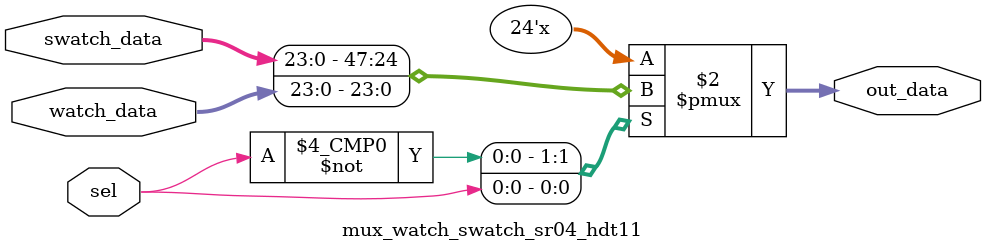
<source format=v>
`timescale 1ns / 1ps



module mux_watch_swatch_sr04_hdt11 (
    input             sel,          // sw[1]
    input      [23:0] swatch_data,  // stopwatch에서 온 데이터
    input      [23:0] watch_data,   // watch에서 온 데이터
    output reg [23:0] out_data      // MUX 출력
);

    always @(*) begin
        case (sel)
            1'b0: out_data = swatch_data;  // stopwatch
            1'b1: out_data = watch_data;  // watch
            default: out_data = 24'h000000;
        endcase
    end
endmodule




</source>
